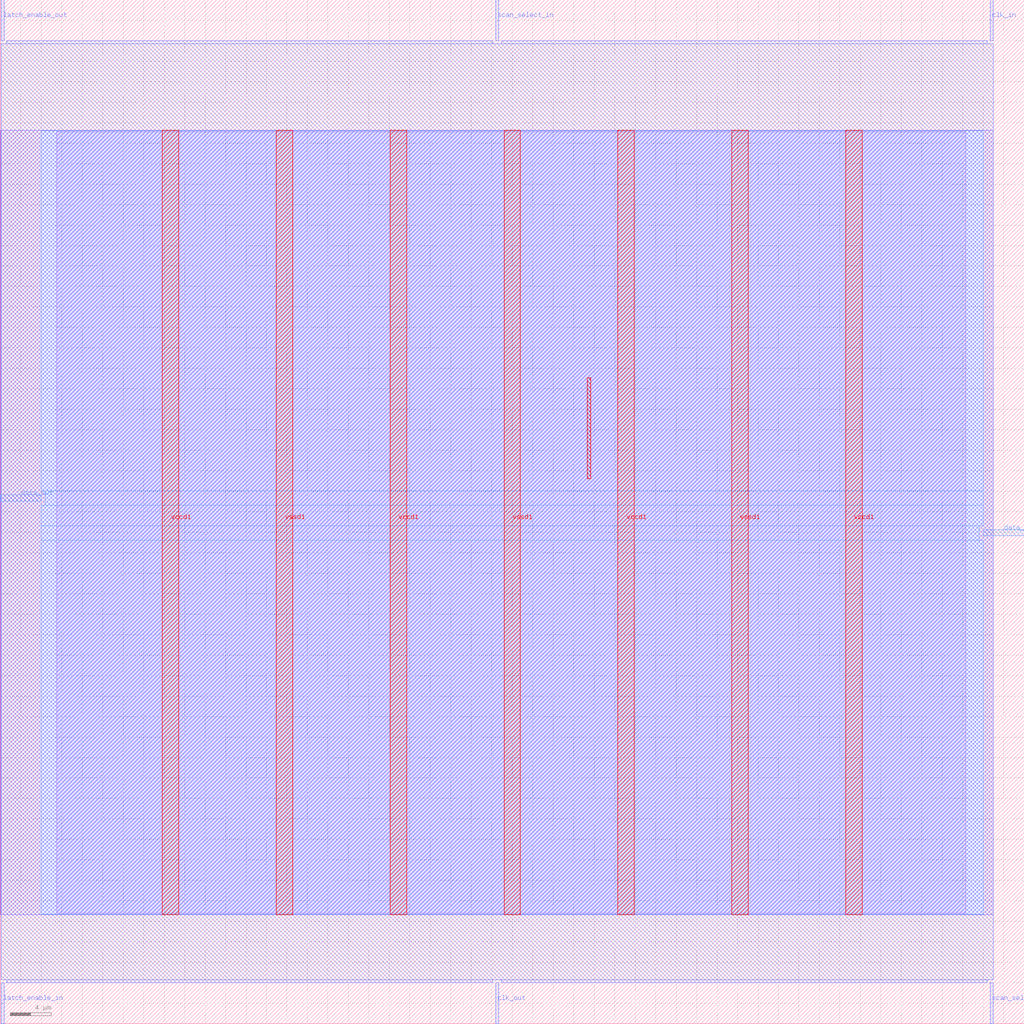
<source format=lef>
VERSION 5.7 ;
  NOWIREEXTENSIONATPIN ON ;
  DIVIDERCHAR "/" ;
  BUSBITCHARS "[]" ;
MACRO scan_wrapper_341359304823013970
  CLASS BLOCK ;
  FOREIGN scan_wrapper_341359304823013970 ;
  ORIGIN 0.000 0.000 ;
  SIZE 100.000 BY 100.000 ;
  PIN clk_in
    DIRECTION INPUT ;
    USE SIGNAL ;
    PORT
      LAYER met2 ;
        RECT 96.690 96.000 96.970 100.000 ;
    END
  END clk_in
  PIN clk_out
    DIRECTION OUTPUT TRISTATE ;
    USE SIGNAL ;
    PORT
      LAYER met2 ;
        RECT 48.390 0.000 48.670 4.000 ;
    END
  END clk_out
  PIN data_in
    DIRECTION INPUT ;
    USE SIGNAL ;
    PORT
      LAYER met3 ;
        RECT 96.000 47.640 100.000 48.240 ;
    END
  END data_in
  PIN data_out
    DIRECTION OUTPUT TRISTATE ;
    USE SIGNAL ;
    PORT
      LAYER met3 ;
        RECT 0.000 51.040 4.000 51.640 ;
    END
  END data_out
  PIN latch_enable_in
    DIRECTION INPUT ;
    USE SIGNAL ;
    PORT
      LAYER met2 ;
        RECT 0.090 0.000 0.370 4.000 ;
    END
  END latch_enable_in
  PIN latch_enable_out
    DIRECTION OUTPUT TRISTATE ;
    USE SIGNAL ;
    PORT
      LAYER met2 ;
        RECT 0.090 96.000 0.370 100.000 ;
    END
  END latch_enable_out
  PIN scan_select_in
    DIRECTION INPUT ;
    USE SIGNAL ;
    PORT
      LAYER met2 ;
        RECT 48.390 96.000 48.670 100.000 ;
    END
  END scan_select_in
  PIN scan_select_out
    DIRECTION OUTPUT TRISTATE ;
    USE SIGNAL ;
    PORT
      LAYER met2 ;
        RECT 96.690 0.000 96.970 4.000 ;
    END
  END scan_select_out
  PIN vccd1
    DIRECTION INOUT ;
    USE POWER ;
    PORT
      LAYER met4 ;
        RECT 15.840 10.640 17.440 87.280 ;
    END
    PORT
      LAYER met4 ;
        RECT 38.080 10.640 39.680 87.280 ;
    END
    PORT
      LAYER met4 ;
        RECT 60.320 10.640 61.920 87.280 ;
    END
    PORT
      LAYER met4 ;
        RECT 82.560 10.640 84.160 87.280 ;
    END
  END vccd1
  PIN vssd1
    DIRECTION INOUT ;
    USE GROUND ;
    PORT
      LAYER met4 ;
        RECT 26.960 10.640 28.560 87.280 ;
    END
    PORT
      LAYER met4 ;
        RECT 49.200 10.640 50.800 87.280 ;
    END
    PORT
      LAYER met4 ;
        RECT 71.440 10.640 73.040 87.280 ;
    END
  END vssd1
  OBS
      LAYER li1 ;
        RECT 5.520 10.795 94.300 87.125 ;
      LAYER met1 ;
        RECT 0.070 10.640 96.990 87.280 ;
      LAYER met2 ;
        RECT 0.650 95.720 48.110 96.000 ;
        RECT 48.950 95.720 96.410 96.000 ;
        RECT 0.100 4.280 96.960 95.720 ;
        RECT 0.650 4.000 48.110 4.280 ;
        RECT 48.950 4.000 96.410 4.280 ;
      LAYER met3 ;
        RECT 4.000 52.040 96.000 87.205 ;
        RECT 4.400 50.640 96.000 52.040 ;
        RECT 4.000 48.640 96.000 50.640 ;
        RECT 4.000 47.240 95.600 48.640 ;
        RECT 4.000 10.715 96.000 47.240 ;
      LAYER met4 ;
        RECT 57.335 53.215 57.665 63.065 ;
  END
END scan_wrapper_341359304823013970
END LIBRARY


</source>
